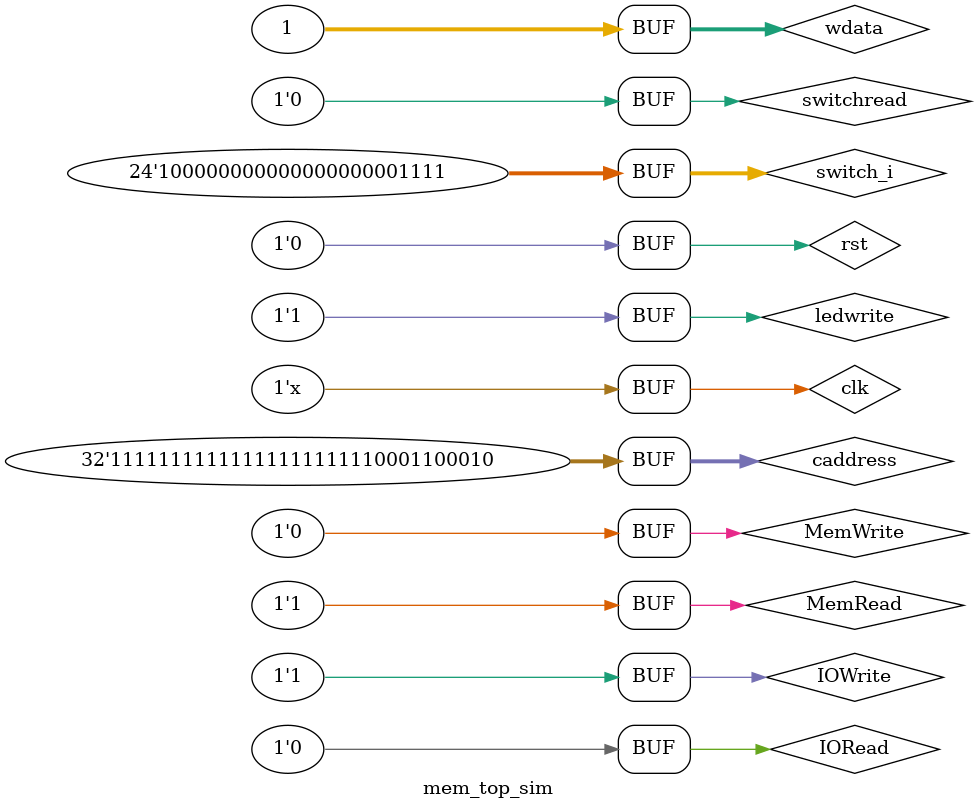
<source format=v>
`timescale 1ns / 1ps


module mem_top_sim();
reg IORead=0;
reg IOWrite=0;
reg switchread=0;
reg MemWrite=0;
reg MemRead=0;
reg [23:0]switch_i=24'b100000000000000000001111;
reg [31:0]caddress= 32'hFFFFFC70;
reg ledwrite=0;
reg clk=0;
reg rst=1;
reg[31:0] wdata=0;
wire [31:0]rdata;
wire [23:0]ledout;
wire [15:0] switchrdata;
wire[15:0] ioread_data;
wire LEDCtrl;
wire SwitchCtrl;
wire[31:0]write_data;
wire[31:0]mread_data;

 mem_top top(IORead,IOWrite,MemRead,MemWrite,switchread,ledwrite,switch_i,caddress,clk,rst,wdata,rdata,ledout,switchrdata,ioread_data,LEDCtrl,SwitchCtrl,write_data,mread_data);
 initial begin 
 #200 begin rst=0;switchread=1;IORead=1;end
 #200 begin caddress= 32'hFFFFFC72;end
 #200 begin IORead=0;wdata=24'b100000000000000000001111;switchread=0;MemWrite=1;caddress=1;end
 #200 begin MemWrite=0;MemRead=1;wdata=1;end
 #200 begin IOWrite=1;caddress= 32'hFFFFFC60;ledwrite=1;end
 #200 begin caddress= 32'hFFFFFC62;end
 end
 
     always #50 clk = ~clk;  
endmodule

</source>
